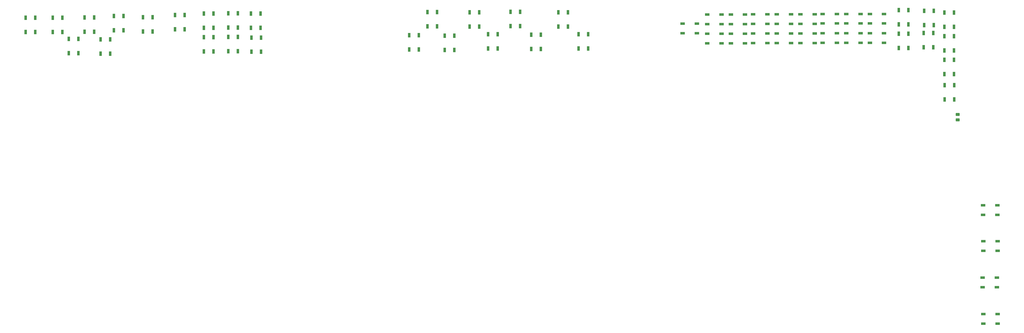
<source format=gbr>
%TF.GenerationSoftware,KiCad,Pcbnew,9.0.2*%
%TF.CreationDate,2025-06-27T22:30:48-07:00*%
%TF.ProjectId,Proj3,50726f6a-332e-46b6-9963-61645f706362,rev?*%
%TF.SameCoordinates,Original*%
%TF.FileFunction,Paste,Top*%
%TF.FilePolarity,Positive*%
%FSLAX46Y46*%
G04 Gerber Fmt 4.6, Leading zero omitted, Abs format (unit mm)*
G04 Created by KiCad (PCBNEW 9.0.2) date 2025-06-27 22:30:48*
%MOMM*%
%LPD*%
G01*
G04 APERTURE LIST*
G04 Aperture macros list*
%AMRoundRect*
0 Rectangle with rounded corners*
0 $1 Rounding radius*
0 $2 $3 $4 $5 $6 $7 $8 $9 X,Y pos of 4 corners*
0 Add a 4 corners polygon primitive as box body*
4,1,4,$2,$3,$4,$5,$6,$7,$8,$9,$2,$3,0*
0 Add four circle primitives for the rounded corners*
1,1,$1+$1,$2,$3*
1,1,$1+$1,$4,$5*
1,1,$1+$1,$6,$7*
1,1,$1+$1,$8,$9*
0 Add four rect primitives between the rounded corners*
20,1,$1+$1,$2,$3,$4,$5,0*
20,1,$1+$1,$4,$5,$6,$7,0*
20,1,$1+$1,$6,$7,$8,$9,0*
20,1,$1+$1,$8,$9,$2,$3,0*%
G04 Aperture macros list end*
%ADD10RoundRect,0.090000X-0.360000X0.660000X-0.360000X-0.660000X0.360000X-0.660000X0.360000X0.660000X0*%
%ADD11RoundRect,0.090000X0.360000X-0.660000X0.360000X0.660000X-0.360000X0.660000X-0.360000X-0.660000X0*%
%ADD12RoundRect,0.090000X0.660000X0.360000X-0.660000X0.360000X-0.660000X-0.360000X0.660000X-0.360000X0*%
%ADD13RoundRect,0.090000X-0.660000X-0.360000X0.660000X-0.360000X0.660000X0.360000X-0.660000X0.360000X0*%
%ADD14RoundRect,0.250000X0.450000X-0.262500X0.450000X0.262500X-0.450000X0.262500X-0.450000X-0.262500X0*%
G04 APERTURE END LIST*
D10*
%TO.C,D37*%
X110900000Y-216312000D03*
X107600000Y-216312000D03*
X107600000Y-211412000D03*
X110900000Y-211412000D03*
%TD*%
%TO.C,D12*%
X121830000Y-211562000D03*
X118530000Y-211562000D03*
X118530000Y-216462000D03*
X121830000Y-216462000D03*
%TD*%
%TO.C,D2*%
X404700000Y-201772000D03*
X401400000Y-201772000D03*
X401400000Y-206672000D03*
X404700000Y-206672000D03*
%TD*%
D11*
%TO.C,D38*%
X401250000Y-214262000D03*
X404550000Y-214262000D03*
X404550000Y-209362000D03*
X401250000Y-209362000D03*
%TD*%
%TO.C,D10*%
X92830000Y-209002000D03*
X96130000Y-209002000D03*
X96130000Y-204102000D03*
X92830000Y-204102000D03*
%TD*%
D12*
%TO.C,D93*%
X371417700Y-206102000D03*
X371417700Y-202802000D03*
X366517700Y-202802000D03*
X366517700Y-206102000D03*
%TD*%
D13*
%TO.C,D77*%
X358887700Y-202892000D03*
X358887700Y-206192000D03*
X363787700Y-206192000D03*
X363787700Y-202892000D03*
%TD*%
D10*
%TO.C,D117*%
X395960000Y-201482000D03*
X392660000Y-201482000D03*
X392660000Y-206382000D03*
X395960000Y-206382000D03*
%TD*%
%TO.C,D13*%
X279100000Y-202232000D03*
X275800000Y-202232000D03*
X275800000Y-207132000D03*
X279100000Y-207132000D03*
%TD*%
D11*
%TO.C,D21*%
X123140000Y-208452000D03*
X126440000Y-208452000D03*
X126440000Y-203552000D03*
X123140000Y-203552000D03*
%TD*%
D10*
%TO.C,D60*%
X147390000Y-203222000D03*
X144090000Y-203222000D03*
X144090000Y-208122000D03*
X147390000Y-208122000D03*
%TD*%
D12*
%TO.C,D30*%
X387657700Y-212722000D03*
X387657700Y-209422000D03*
X382757700Y-209422000D03*
X382757700Y-212722000D03*
%TD*%
D10*
%TO.C,D45*%
X116330000Y-204042000D03*
X113030000Y-204042000D03*
X113030000Y-208942000D03*
X116330000Y-208942000D03*
%TD*%
D13*
%TO.C,D44*%
X350767700Y-202892000D03*
X350767700Y-206192000D03*
X355667700Y-206192000D03*
X355667700Y-202892000D03*
%TD*%
D10*
%TO.C,D92*%
X227890000Y-210122000D03*
X224590000Y-210122000D03*
X224590000Y-215022000D03*
X227890000Y-215022000D03*
%TD*%
D13*
%TO.C,D86*%
X335007700Y-203022000D03*
X335007700Y-206322000D03*
X339907700Y-206322000D03*
X339907700Y-203022000D03*
%TD*%
%TO.C,D4*%
X342647700Y-202892000D03*
X342647700Y-206192000D03*
X347547700Y-206192000D03*
X347547700Y-202892000D03*
%TD*%
%TO.C,D1*%
X342647700Y-209512000D03*
X342647700Y-212812000D03*
X347547700Y-212812000D03*
X347547700Y-209512000D03*
%TD*%
D10*
%TO.C,D68*%
X173650000Y-210932000D03*
X170350000Y-210932000D03*
X170350000Y-215832000D03*
X173650000Y-215832000D03*
%TD*%
%TO.C,D76*%
X165680000Y-210712000D03*
X162380000Y-210712000D03*
X162380000Y-215612000D03*
X165680000Y-215612000D03*
%TD*%
%TO.C,D110*%
X240020000Y-210282000D03*
X236720000Y-210282000D03*
X236720000Y-215182000D03*
X240020000Y-215182000D03*
%TD*%
%TO.C,D100*%
X262660000Y-202062000D03*
X259360000Y-202062000D03*
X259360000Y-206962000D03*
X262660000Y-206962000D03*
%TD*%
%TO.C,D116*%
X234140000Y-202152000D03*
X230840000Y-202152000D03*
X230840000Y-207052000D03*
X234140000Y-207052000D03*
%TD*%
D12*
%TO.C,D62*%
X379537700Y-212722000D03*
X379537700Y-209422000D03*
X374637700Y-209422000D03*
X374637700Y-212722000D03*
%TD*%
%TO.C,D94*%
X371417700Y-212722000D03*
X371417700Y-209422000D03*
X366517700Y-209422000D03*
X366517700Y-212722000D03*
%TD*%
D10*
%TO.C,D109*%
X165680000Y-202592000D03*
X162380000Y-202592000D03*
X162380000Y-207492000D03*
X165680000Y-207492000D03*
%TD*%
D12*
%TO.C,D61*%
X379537700Y-206102000D03*
X379537700Y-202802000D03*
X374637700Y-202802000D03*
X374637700Y-206102000D03*
%TD*%
D11*
%TO.C,D111*%
X251660000Y-214692000D03*
X254960000Y-214692000D03*
X254960000Y-209792000D03*
X251660000Y-209792000D03*
%TD*%
D14*
%TO.C,R1*%
X412950000Y-239252000D03*
X412950000Y-237427000D03*
%TD*%
D11*
%TO.C,D19*%
X282690000Y-214692000D03*
X285990000Y-214692000D03*
X285990000Y-209792000D03*
X282690000Y-209792000D03*
%TD*%
D10*
%TO.C,D28*%
X105430000Y-204082000D03*
X102130000Y-204082000D03*
X102130000Y-208982000D03*
X105430000Y-208982000D03*
%TD*%
%TO.C,D108*%
X173510000Y-202672000D03*
X170210000Y-202672000D03*
X170210000Y-207572000D03*
X173510000Y-207572000D03*
%TD*%
D11*
%TO.C,D69*%
X133100000Y-208822000D03*
X136400000Y-208822000D03*
X136400000Y-203922000D03*
X133100000Y-203922000D03*
%TD*%
D13*
%TO.C,D36*%
X350767700Y-209512000D03*
X350767700Y-212812000D03*
X355667700Y-212812000D03*
X355667700Y-209512000D03*
%TD*%
%TO.C,D52*%
X326887700Y-209642000D03*
X326887700Y-212942000D03*
X331787700Y-212942000D03*
X331787700Y-209642000D03*
%TD*%
D10*
%TO.C,D115*%
X157350000Y-202702000D03*
X154050000Y-202702000D03*
X154050000Y-207602000D03*
X157350000Y-207602000D03*
%TD*%
D13*
%TO.C,D70*%
X358887700Y-209512000D03*
X358887700Y-212812000D03*
X363787700Y-212812000D03*
X363787700Y-209512000D03*
%TD*%
D10*
%TO.C,D102*%
X395960000Y-209602000D03*
X392660000Y-209602000D03*
X392660000Y-214502000D03*
X395960000Y-214502000D03*
%TD*%
D12*
%TO.C,D29*%
X387657700Y-206102000D03*
X387657700Y-202802000D03*
X382757700Y-202802000D03*
X382757700Y-206102000D03*
%TD*%
D13*
%TO.C,D84*%
X335007700Y-209642000D03*
X335007700Y-212942000D03*
X339907700Y-212942000D03*
X339907700Y-209642000D03*
%TD*%
%TO.C,D53*%
X326887700Y-203022000D03*
X326887700Y-206322000D03*
X331787700Y-206322000D03*
X331787700Y-203022000D03*
%TD*%
D10*
%TO.C,D85*%
X157350000Y-210822000D03*
X154050000Y-210822000D03*
X154050000Y-215722000D03*
X157350000Y-215722000D03*
%TD*%
D11*
%TO.C,D54*%
X266430000Y-214862000D03*
X269730000Y-214862000D03*
X269730000Y-209962000D03*
X266430000Y-209962000D03*
%TD*%
D13*
%TO.C,D20*%
X318430000Y-206122000D03*
X318430000Y-209422000D03*
X323330000Y-209422000D03*
X323330000Y-206122000D03*
%TD*%
D10*
%TO.C,D101*%
X248560000Y-202232000D03*
X245260000Y-202232000D03*
X245260000Y-207132000D03*
X248560000Y-207132000D03*
%TD*%
D12*
%TO.C,D119*%
X426360000Y-296842000D03*
X426360000Y-293542000D03*
X421460000Y-293542000D03*
X421460000Y-296842000D03*
%TD*%
D11*
%TO.C,D11*%
X408390000Y-207222000D03*
X411690000Y-207222000D03*
X411690000Y-202322000D03*
X408390000Y-202322000D03*
%TD*%
D13*
%TO.C,D3*%
X421740000Y-280992000D03*
X421740000Y-284292000D03*
X426640000Y-284292000D03*
X426640000Y-280992000D03*
%TD*%
D12*
%TO.C,D120*%
X426640000Y-309392000D03*
X426640000Y-306092000D03*
X421740000Y-306092000D03*
X421740000Y-309392000D03*
%TD*%
D11*
%TO.C,D78*%
X408390000Y-223462000D03*
X411690000Y-223462000D03*
X411690000Y-218562000D03*
X408390000Y-218562000D03*
%TD*%
D12*
%TO.C,D118*%
X426530000Y-271892000D03*
X426530000Y-268592000D03*
X421630000Y-268592000D03*
X421630000Y-271892000D03*
%TD*%
D11*
%TO.C,D46*%
X408390000Y-215342000D03*
X411690000Y-215342000D03*
X411690000Y-210442000D03*
X408390000Y-210442000D03*
%TD*%
D10*
%TO.C,D22*%
X411760000Y-227312000D03*
X408460000Y-227312000D03*
X408460000Y-232212000D03*
X411760000Y-232212000D03*
%TD*%
M02*

</source>
